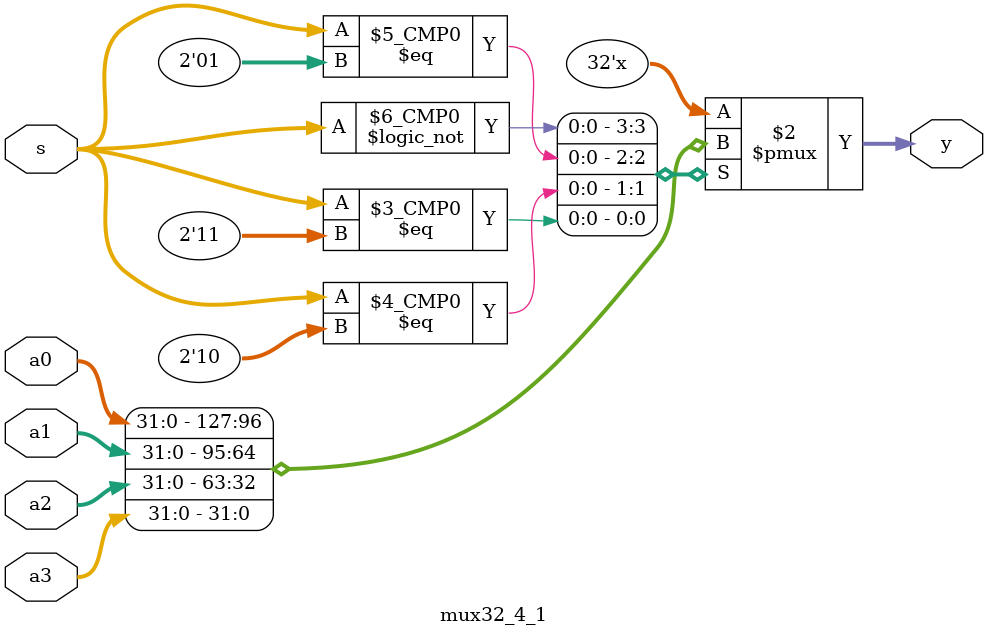
<source format=v>
`timescale 1ns / 1ps
module mux32_4_1(a0,a1,a2,a3,s,y
	);
	input [31:0] a0,a1,a2,a3;
	input [1:0] s;
	output [31:0] y;
	
	reg [31:0] y;
	always @ (*)
	begin
		case(s)
			2'b00: y=a0;
			2'b01: y=a1;
			2'b10: y=a2;
			2'b11: y=a3;
			default: y=2'bx; 
		endcase
	end
endmodule

</source>
